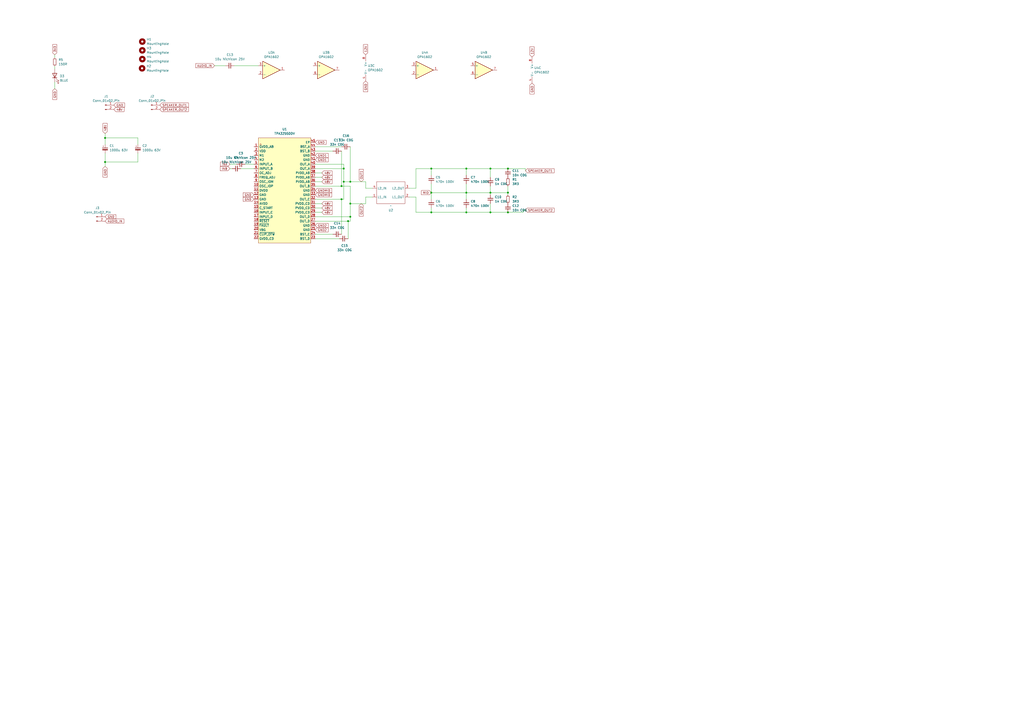
<source format=kicad_sch>
(kicad_sch (version 20231120) (generator "eeschema") (generator_version "8.0")
  (paper "A2")
  (lib_symbols
    (symbol "Amplifier_Operational:OPA1602" (pin_names (offset 0.127))
      (property "Reference" "U" (at 0 5.08 0))
      (property "Value" "OPA1602" (at 0 -5.08 0))
      (symbol "OPA1602_1_1"
        (polyline (pts (xy -5.08 5.08) (xy 5.08 0) (xy -5.08 -5.08) (xy -5.08 5.08)) (stroke (width 0.254)) (fill (type background)))
        (pin output line (at 7.62 0 180) (length 2.54) (name "~") (number "1"))
        (pin input line (at -7.62 -2.54 0) (length 2.54) (name "-") (number "2"))
        (pin input line (at -7.62 2.54 0) (length 2.54) (name "+") (number "3"))
      )
      (symbol "OPA1602_2_1"
        (polyline (pts (xy -5.08 5.08) (xy 5.08 0) (xy -5.08 -5.08) (xy -5.08 5.08)) (stroke (width 0.254)) (fill (type background)))
        (pin input line (at -7.62 2.54 0) (length 2.54) (name "+") (number "5"))
        (pin input line (at -7.62 -2.54 0) (length 2.54) (name "-") (number "6"))
        (pin output line (at 7.62 0 180) (length 2.54) (name "~") (number "7"))
      )
      (symbol "OPA1602_3_1"
        (pin power_in line (at -2.54 -7.62 90) (length 3.81) (name "V-") (number "4"))
        (pin power_in line (at -2.54 7.62 270) (length 3.81) (name "V+") (number "8"))
      )
    )
    (symbol "Connector:Conn_01x02_Pin" (pin_names (offset 1.016) hide)
      (property "Reference" "J" (at 0 2.54 0))
      (property "Value" "Conn_01x02_Pin" (at 0 -5.08 0))
      (symbol "Conn_01x02_Pin_1_1"
        (polyline (pts (xy 1.27 -2.54) (xy 0.8636 -2.54)) (stroke (width 0.1524)))
        (polyline (pts (xy 1.27 0) (xy 0.8636 0)) (stroke (width 0.1524)))
        (rectangle (start 0.8636 -2.413) (end 0 -2.667) (stroke (width 0.1524)) (fill (type outline)))
        (rectangle (start 0.8636 0.127) (end 0 -0.127) (stroke (width 0.1524)) (fill (type outline)))
        (pin passive line (at 5.08 0 180) (length 3.81) (name "Pin_1") (number "1"))
        (pin passive line (at 5.08 -2.54 180) (length 3.81) (name "Pin_2") (number "2"))
      )
    )
    (symbol "Custom:UA8014-AL"
      (property "Reference" "U" (at 0 0 0))
      (symbol "UA8014-AL_0_1"
        (rectangle (start -7.62 13.97) (end 8.89 1.27))
      )
      (symbol "UA8014-AL_1_1"
        (pin input line (at -10.16 10.16 0) (length 2.54) (name "L1_IN") (number "1"))
        (pin input line (at 11.43 10.16 180) (length 2.54) (name "L1_OUT") (number "2"))
        (pin input line (at 11.43 5.08 180) (length 2.54) (name "L2_OUT") (number "3"))
        (pin input line (at -10.16 5.08 0) (length 2.54) (name "L2_IN") (number "4"))
      )
    )
    (symbol "Device:C_Polarized_Small" (pin_numbers hide) (pin_names (offset 0.254) hide)
      (property "Reference" "C" (at 0.254 1.778 0))
      (property "Value" "C_Polarized_Small" (at 0.254 -2.032 0))
      (symbol "C_Polarized_Small_0_1"
        (rectangle (start -1.524 -0.3048) (end 1.524 -0.6858) (fill (type outline)))
        (rectangle (start -1.524 0.6858) (end 1.524 0.3048))
        (polyline (pts (xy -1.27 1.524) (xy -0.762 1.524)))
        (polyline (pts (xy -1.016 1.27) (xy -1.016 1.778)))
      )
      (symbol "C_Polarized_Small_1_1"
        (pin passive line (at 0 2.54 270) (length 1.8542) (name "~") (number "1"))
        (pin passive line (at 0 -2.54 90) (length 1.8542) (name "~") (number "2"))
      )
    )
    (symbol "Device:C_Small" (pin_numbers hide) (pin_names (offset 0.254) hide)
      (property "Reference" "C" (at 0.254 1.778 0))
      (property "Value" "C_Small" (at 0.254 -2.032 0))
      (symbol "C_Small_0_1"
        (polyline (pts (xy -1.524 -0.508) (xy 1.524 -0.508)) (stroke (width 0.3302)))
        (polyline (pts (xy -1.524 0.508) (xy 1.524 0.508)) (stroke (width 0.3048)))
      )
      (symbol "C_Small_1_1"
        (pin passive line (at 0 2.54 270) (length 2.032) (name "~") (number "1"))
        (pin passive line (at 0 -2.54 90) (length 2.032) (name "~") (number "2"))
      )
    )
    (symbol "Device:LED" (pin_numbers hide) (pin_names (offset 1.016) hide)
      (property "Reference" "D" (at 0 2.54 0))
      (property "Value" "LED" (at 0 -2.54 0))
      (symbol "LED_0_1"
        (polyline (pts (xy -1.27 -1.27) (xy -1.27 1.27)) (stroke (width 0.254)))
        (polyline (pts (xy -1.27 0) (xy 1.27 0)))
        (polyline (pts (xy 1.27 -1.27) (xy 1.27 1.27) (xy -1.27 0) (xy 1.27 -1.27)) (stroke (width 0.254)))
        (polyline (pts (xy -3.048 -0.762) (xy -4.572 -2.286) (xy -3.81 -2.286) (xy -4.572 -2.286) (xy -4.572 -1.524)))
        (polyline (pts (xy -1.778 -0.762) (xy -3.302 -2.286) (xy -2.54 -2.286) (xy -3.302 -2.286) (xy -3.302 -1.524)))
      )
      (symbol "LED_1_1"
        (pin passive line (at -3.81 0 0) (length 2.54) (name "K") (number "1"))
        (pin passive line (at 3.81 0 180) (length 2.54) (name "A") (number "2"))
      )
    )
    (symbol "Device:R_Small" (pin_numbers hide) (pin_names (offset 0.254) hide)
      (property "Reference" "R" (at 0.762 0.508 0))
      (property "Value" "R_Small" (at 0.762 -1.016 0))
      (symbol "R_Small_0_1"
        (rectangle (start -0.762 1.778) (end 0.762 -1.778) (stroke (width 0.2032)))
      )
      (symbol "R_Small_1_1"
        (pin passive line (at 0 2.54 270) (length 0.762) (name "~") (number "1"))
        (pin passive line (at 0 -2.54 90) (length 0.762) (name "~") (number "2"))
      )
    )
    (symbol "Mechanical:MountingHole" (pin_names (offset 1.016))
      (property "Reference" "H" (at 0 5.08 0))
      (property "Value" "MountingHole" (at 0 3.175 0))
      (symbol "MountingHole_0_1"
        (circle (center 0 0) (radius 1.27) (stroke (width 1.27)))
      )
    )
    (symbol "easyeda2kicad:TPA3255DDV"
      (property "Reference" "U" (at 0 33.02 0))
      (property "Value" "TPA3255DDV" (at 0 -33.02 0))
      (symbol "TPA3255DDV_0_1"
        (rectangle (start -15.24 30.48) (end 15.24 -30.48) (fill (type background)))
        (circle (center -13.97 26.67) (radius 0.38))
        (pin unspecified line (at -17.78 25.4 0) (length 2.54) (name "GVDD_AB") (number "1"))
        (pin unspecified line (at -17.78 2.54 0) (length 2.54) (name "OSC_IOP") (number "10"))
        (pin unspecified line (at -17.78 0 0) (length 2.54) (name "DVDD") (number "11"))
        (pin unspecified line (at -17.78 -2.54 0) (length 2.54) (name "GND") (number "12"))
        (pin unspecified line (at -17.78 -5.08 0) (length 2.54) (name "GND") (number "13"))
        (pin unspecified line (at -17.78 -7.62 0) (length 2.54) (name "AVDD") (number "14"))
        (pin unspecified line (at -17.78 -10.16 0) (length 2.54) (name "C_START") (number "15"))
        (pin unspecified line (at -17.78 -12.7 0) (length 2.54) (name "INPUT_C") (number "16"))
        (pin unspecified line (at -17.78 -15.24 0) (length 2.54) (name "INPUT_D") (number "17"))
        (pin unspecified line (at -17.78 -17.78 0) (length 2.54) (name "~{RESET}") (number "18"))
        (pin unspecified line (at -17.78 -20.32 0) (length 2.54) (name "~{FAULT}") (number "19"))
        (pin unspecified line (at -17.78 22.86 0) (length 2.54) (name "VDD") (number "2"))
        (pin unspecified line (at -17.78 -22.86 0) (length 2.54) (name "VBG") (number "20"))
        (pin unspecified line (at -17.78 -25.4 0) (length 2.54) (name "~{CLIP_OTW}") (number "21"))
        (pin unspecified line (at -17.78 -27.94 0) (length 2.54) (name "GVDD_CD") (number "22"))
        (pin unspecified line (at 17.78 -27.94 180) (length 2.54) (name "BST_D") (number "23"))
        (pin unspecified line (at 17.78 -25.4 180) (length 2.54) (name "BST_C") (number "24"))
        (pin unspecified line (at 17.78 -22.86 180) (length 2.54) (name "GND") (number "25"))
        (pin unspecified line (at 17.78 -20.32 180) (length 2.54) (name "GND") (number "26"))
        (pin unspecified line (at 17.78 -17.78 180) (length 2.54) (name "OUT_D") (number "27"))
        (pin unspecified line (at 17.78 -15.24 180) (length 2.54) (name "OUT_D") (number "28"))
        (pin unspecified line (at 17.78 -12.7 180) (length 2.54) (name "PVDD_CD") (number "29"))
        (pin unspecified line (at -17.78 20.32 0) (length 2.54) (name "M1") (number "3"))
        (pin unspecified line (at 17.78 -10.16 180) (length 2.54) (name "PVDD_CD") (number "30"))
        (pin unspecified line (at 17.78 -7.62 180) (length 2.54) (name "PVDD_CD") (number "31"))
        (pin unspecified line (at 17.78 -5.08 180) (length 2.54) (name "OUT_C") (number "32"))
        (pin unspecified line (at 17.78 -2.54 180) (length 2.54) (name "GND") (number "33"))
        (pin unspecified line (at 17.78 0 180) (length 2.54) (name "GND") (number "34"))
        (pin unspecified line (at 17.78 2.54 180) (length 2.54) (name "OUT_B") (number "35"))
        (pin unspecified line (at 17.78 5.08 180) (length 2.54) (name "PVDD_AB") (number "36"))
        (pin unspecified line (at 17.78 7.62 180) (length 2.54) (name "PVDD_AB") (number "37"))
        (pin unspecified line (at 17.78 10.16 180) (length 2.54) (name "PVDD_AB") (number "38"))
        (pin unspecified line (at 17.78 12.7 180) (length 2.54) (name "OUT_A") (number "39"))
        (pin unspecified line (at -17.78 17.78 0) (length 2.54) (name "M2") (number "4"))
        (pin unspecified line (at 17.78 15.24 180) (length 2.54) (name "OUT_A") (number "40"))
        (pin unspecified line (at 17.78 17.78 180) (length 2.54) (name "GND") (number "41"))
        (pin unspecified line (at 17.78 20.32 180) (length 2.54) (name "GND") (number "42"))
        (pin unspecified line (at 17.78 22.86 180) (length 2.54) (name "BST_B") (number "43"))
        (pin unspecified line (at 17.78 25.4 180) (length 2.54) (name "BST_A") (number "44"))
        (pin unspecified line (at 17.78 27.94 180) (length 2.54) (name "EP") (number "45"))
        (pin unspecified line (at -17.78 15.24 0) (length 2.54) (name "INPUT_A") (number "5"))
        (pin unspecified line (at -17.78 12.7 0) (length 2.54) (name "INPUT_B") (number "6"))
        (pin unspecified line (at -17.78 10.16 0) (length 2.54) (name "OC_ADJ") (number "7"))
        (pin unspecified line (at -17.78 7.62 0) (length 2.54) (name "FREQ_ADJ") (number "8"))
        (pin unspecified line (at -17.78 5.08 0) (length 2.54) (name "OSC_IOM") (number "9"))
      )
    )
  )
  (junction (at 201.93 128.27))
  (junction (at 270.51 111.76))
  (junction (at 203.2 105.41))
  (junction (at 199.39 97.79))
  (junction (at 250.19 123.19))
  (junction (at 294.64 123.19))
  (junction (at 270.51 123.19))
  (junction (at 60.96 80.01))
  (junction (at 294.64 111.76))
  (junction (at 198.12 107.95))
  (junction (at 294.64 97.79))
  (junction (at 250.19 111.76))
  (junction (at 60.96 93.98))
  (junction (at 203.2 118.11))
  (junction (at 284.48 123.19))
  (junction (at 284.48 97.79))
  (junction (at 203.2 125.73))
  (junction (at 198.12 115.57))
  (junction (at 199.39 105.41))
  (junction (at 270.51 97.79))
  (junction (at 250.19 97.79))
  (junction (at 284.48 111.76))
  (wire (pts (xy 241.3 97.79) (xy 250.19 97.79)))
  (wire (pts (xy 294.64 123.19) (xy 303.53 123.19)))
  (wire (pts (xy 60.96 80.01) (xy 60.96 77.47)))
  (wire (pts (xy 60.96 83.82) (xy 60.96 80.01)))
  (wire (pts (xy 80.01 80.01) (xy 80.01 83.82)))
  (wire (pts (xy 270.51 97.79) (xy 250.19 97.79)))
  (wire (pts (xy 212.09 109.22) (xy 212.09 105.41)))
  (wire (pts (xy 124.46 38.1) (xy 130.81 38.1)))
  (wire (pts (xy 198.12 87.63) (xy 198.12 107.95)))
  (wire (pts (xy 203.2 125.73) (xy 203.2 128.27)))
  (wire (pts (xy 139.7 97.79) (xy 147.32 97.79)))
  (wire (pts (xy 133.35 95.25) (xy 137.16 95.25)))
  (wire (pts (xy 284.48 118.11) (xy 284.48 123.19)))
  (wire (pts (xy 212.09 114.3) (xy 215.9 114.3)))
  (wire (pts (xy 182.88 95.25) (xy 199.39 95.25)))
  (wire (pts (xy 284.48 113.03) (xy 284.48 111.76)))
  (wire (pts (xy 250.19 123.19) (xy 241.3 123.19)))
  (wire (pts (xy 294.64 97.79) (xy 304.8 97.79)))
  (wire (pts (xy 203.2 107.95) (xy 203.2 118.11)))
  (wire (pts (xy 201.93 128.27) (xy 203.2 128.27)))
  (wire (pts (xy 186.69 100.33) (xy 182.88 100.33)))
  (wire (pts (xy 250.19 115.57) (xy 250.19 111.76)))
  (wire (pts (xy 182.88 128.27) (xy 201.93 128.27)))
  (wire (pts (xy 241.3 109.22) (xy 241.3 97.79)))
  (wire (pts (xy 241.3 114.3) (xy 237.49 114.3)))
  (wire (pts (xy 193.04 135.89) (xy 182.88 135.89)))
  (wire (pts (xy 304.8 121.92) (xy 303.53 121.92)))
  (wire (pts (xy 182.88 125.73) (xy 203.2 125.73)))
  (wire (pts (xy 31.75 40.005) (xy 31.75 38.481)))
  (wire (pts (xy 31.75 33.401) (xy 31.75 31.75)))
  (wire (pts (xy 270.51 123.19) (xy 250.19 123.19)))
  (wire (pts (xy 199.39 105.41) (xy 203.2 105.41)))
  (wire (pts (xy 303.53 121.92) (xy 303.53 123.19)))
  (wire (pts (xy 196.85 138.43) (xy 182.88 138.43)))
  (wire (pts (xy 284.48 111.76) (xy 284.48 107.95)))
  (wire (pts (xy 193.04 87.63) (xy 182.88 87.63)))
  (wire (pts (xy 270.51 123.19) (xy 284.48 123.19)))
  (wire (pts (xy 186.69 102.87) (xy 182.88 102.87)))
  (wire (pts (xy 60.96 93.98) (xy 60.96 88.9)))
  (wire (pts (xy 31.75 51.435) (xy 31.75 47.625)))
  (wire (pts (xy 186.69 123.19) (xy 182.88 123.19)))
  (wire (pts (xy 186.69 105.41) (xy 182.88 105.41)))
  (wire (pts (xy 284.48 111.76) (xy 294.64 111.76)))
  (wire (pts (xy 284.48 102.87) (xy 284.48 97.79)))
  (wire (pts (xy 142.24 95.25) (xy 147.32 95.25)))
  (wire (pts (xy 60.96 96.52) (xy 60.96 93.98)))
  (wire (pts (xy 294.64 107.95) (xy 294.64 111.76)))
  (wire (pts (xy 270.51 115.57) (xy 270.51 111.76)))
  (wire (pts (xy 135.89 38.1) (xy 149.86 38.1)))
  (wire (pts (xy 198.12 85.09) (xy 182.88 85.09)))
  (wire (pts (xy 237.49 109.22) (xy 241.3 109.22)))
  (wire (pts (xy 212.09 114.3) (xy 212.09 118.11)))
  (wire (pts (xy 304.8 99.06) (xy 304.8 97.79)))
  (wire (pts (xy 294.64 111.76) (xy 294.64 113.03)))
  (wire (pts (xy 199.39 115.57) (xy 198.12 115.57)))
  (wire (pts (xy 250.19 106.68) (xy 250.19 111.76)))
  (wire (pts (xy 250.19 120.65) (xy 250.19 123.19)))
  (wire (pts (xy 80.01 88.9) (xy 80.01 93.98)))
  (wire (pts (xy 284.48 123.19) (xy 294.64 123.19)))
  (wire (pts (xy 212.09 109.22) (xy 215.9 109.22)))
  (wire (pts (xy 270.51 111.76) (xy 284.48 111.76)))
  (wire (pts (xy 203.2 118.11) (xy 212.09 118.11)))
  (wire (pts (xy 198.12 107.95) (xy 203.2 107.95)))
  (wire (pts (xy 270.51 97.79) (xy 284.48 97.79)))
  (wire (pts (xy 186.69 120.65) (xy 182.88 120.65)))
  (wire (pts (xy 186.69 118.11) (xy 182.88 118.11)))
  (wire (pts (xy 80.01 93.98) (xy 60.96 93.98)))
  (wire (pts (xy 270.51 101.6) (xy 270.51 97.79)))
  (wire (pts (xy 203.2 118.11) (xy 203.2 125.73)))
  (wire (pts (xy 284.48 97.79) (xy 294.64 97.79)))
  (wire (pts (xy 201.93 128.27) (xy 201.93 138.43)))
  (wire (pts (xy 250.19 101.6) (xy 250.19 97.79)))
  (wire (pts (xy 270.51 111.76) (xy 270.51 106.68)))
  (wire (pts (xy 203.2 105.41) (xy 212.09 105.41)))
  (wire (pts (xy 198.12 115.57) (xy 182.88 115.57)))
  (wire (pts (xy 250.19 111.76) (xy 270.51 111.76)))
  (wire (pts (xy 182.88 97.79) (xy 199.39 97.79)))
  (wire (pts (xy 203.2 85.09) (xy 203.2 105.41)))
  (wire (pts (xy 199.39 97.79) (xy 199.39 105.41)))
  (wire (pts (xy 199.39 105.41) (xy 199.39 115.57)))
  (wire (pts (xy 199.39 95.25) (xy 199.39 97.79)))
  (wire (pts (xy 133.35 97.79) (xy 134.62 97.79)))
  (wire (pts (xy 60.96 80.01) (xy 80.01 80.01)))
  (wire (pts (xy 241.3 123.19) (xy 241.3 114.3)))
  (wire (pts (xy 182.88 107.95) (xy 198.12 107.95)))
  (wire (pts (xy 198.12 115.57) (xy 198.12 135.89)))
  (wire (pts (xy 270.51 120.65) (xy 270.51 123.19)))
  (global_label "GND" (shape input) (at 31.75 51.435 270) (property "Intersheetrefs" "${INTERSHEET_REFS}" (effects (hide yes))))
  (global_label "GND" (shape input) (at 60.96 125.73 0) (property "Intersheetrefs" "${INTERSHEET_REFS}" (effects (hide yes))))
  (global_label "48V" (shape input) (at 186.69 118.11 0) (property "Intersheetrefs" "${INTERSHEET_REFS}" (effects (hide yes))))
  (global_label "48V" (shape input) (at 186.69 102.87 0) (property "Intersheetrefs" "${INTERSHEET_REFS}" (effects (hide yes))))
  (global_label "GND1" (shape input) (at 182.88 92.71 0) (property "Intersheetrefs" "${INTERSHEET_REFS}" (effects (hide yes))))
  (global_label "INB" (shape input) (at 133.35 97.79 180) (property "Intersheetrefs" "${INTERSHEET_REFS}" (effects (hide yes))))
  (global_label "48V" (shape input) (at 186.69 123.19 0) (property "Intersheetrefs" "${INTERSHEET_REFS}" (effects (hide yes))))
  (global_label "48V" (shape input) (at 60.96 77.47 90) (property "Intersheetrefs" "${INTERSHEET_REFS}" (effects (hide yes))))
  (global_label "12V" (shape input) (at 212.09 31.75 90) (property "Intersheetrefs" "${INTERSHEET_REFS}" (effects (hide yes))))
  (global_label "GNDMID" (shape input) (at 182.88 110.49 0) (property "Intersheetrefs" "${INTERSHEET_REFS}" (effects (hide yes))))
  (global_label "48V" (shape input) (at 186.69 100.33 0) (property "Intersheetrefs" "${INTERSHEET_REFS}" (effects (hide yes))))
  (global_label "GND" (shape input) (at 147.32 113.03 180) (property "Intersheetrefs" "${INTERSHEET_REFS}" (effects (hide yes))))
  (global_label "GND1" (shape input) (at 182.88 90.17 0) (property "Intersheetrefs" "${INTERSHEET_REFS}" (effects (hide yes))))
  (global_label "MID" (shape input) (at 250.19 111.76 180) (property "Intersheetrefs" "${INTERSHEET_REFS}" (effects (hide yes))))
  (global_label "SPEAKER_OUT1" (shape input) (at 92.71 60.96 0) (property "Intersheetrefs" "${INTERSHEET_REFS}" (effects (hide yes))))
  (global_label "GND2" (shape input) (at 182.88 133.35 0) (property "Intersheetrefs" "${INTERSHEET_REFS}" (effects (hide yes))))
  (global_label "12V" (shape input) (at 308.61 33.02 90) (property "Intersheetrefs" "${INTERSHEET_REFS}" (effects (hide yes))))
  (global_label "AUDIO_IN" (shape input) (at 60.96 128.27 0) (property "Intersheetrefs" "${INTERSHEET_REFS}" (effects (hide yes))))
  (global_label "GND" (shape input) (at 147.32 115.57 180) (property "Intersheetrefs" "${INTERSHEET_REFS}" (effects (hide yes))))
  (global_label "3V3" (shape input) (at 31.75 31.75 90) (property "Intersheetrefs" "${INTERSHEET_REFS}" (effects (hide yes))))
  (global_label "48V" (shape input) (at 186.69 105.41 0) (property "Intersheetrefs" "${INTERSHEET_REFS}" (effects (hide yes))))
  (global_label "GND" (shape input) (at 66.04 60.96 0) (property "Intersheetrefs" "${INTERSHEET_REFS}" (effects (hide yes))))
  (global_label "GND" (shape input) (at 182.88 82.55 0) (property "Intersheetrefs" "${INTERSHEET_REFS}" (effects (hide yes))))
  (global_label "SPEAKER_OUT2" (shape input) (at 304.8 121.92 0) (property "Intersheetrefs" "${INTERSHEET_REFS}" (effects (hide yes))))
  (global_label "GND2" (shape input) (at 182.88 130.81 0) (property "Intersheetrefs" "${INTERSHEET_REFS}" (effects (hide yes))))
  (global_label "GNDMID" (shape input) (at 182.88 113.03 0) (property "Intersheetrefs" "${INTERSHEET_REFS}" (effects (hide yes))))
  (global_label "48V" (shape input) (at 66.04 63.5 0) (property "Intersheetrefs" "${INTERSHEET_REFS}" (effects (hide yes))))
  (global_label "48V" (shape input) (at 186.69 120.65 0) (property "Intersheetrefs" "${INTERSHEET_REFS}" (effects (hide yes))))
  (global_label "GND" (shape input) (at 212.09 46.99 270) (property "Intersheetrefs" "${INTERSHEET_REFS}" (effects (hide yes))))
  (global_label "OUT2" (shape input) (at 209.55 118.11 270) (property "Intersheetrefs" "${INTERSHEET_REFS}" (effects (hide yes))))
  (global_label "GND" (shape input) (at 60.96 96.52 270) (property "Intersheetrefs" "${INTERSHEET_REFS}" (effects (hide yes))))
  (global_label "OUT1" (shape input) (at 209.55 105.41 90) (property "Intersheetrefs" "${INTERSHEET_REFS}" (effects (hide yes))))
  (global_label "GND" (shape input) (at 308.61 48.26 270) (property "Intersheetrefs" "${INTERSHEET_REFS}" (effects (hide yes))))
  (global_label "SPEAKER_OUT2" (shape input) (at 92.71 63.5 0) (property "Intersheetrefs" "${INTERSHEET_REFS}" (effects (hide yes))))
  (global_label "INA" (shape input) (at 133.35 95.25 180) (property "Intersheetrefs" "${INTERSHEET_REFS}" (effects (hide yes))))
  (global_label "SPEAKER_OUT1" (shape input) (at 304.8 99.06 0) (property "Intersheetrefs" "${INTERSHEET_REFS}" (effects (hide yes))))
  (global_label "AUDIO_IN" (shape input) (at 124.46 38.1 180) (property "Intersheetrefs" "${INTERSHEET_REFS}" (effects (hide yes))))
  (symbol (lib_id "Amplifier_Operational:OPA1602") (at 189.23 40.64 0) (unit 2)
    (property "Reference" "U3" (at 189.23 30.48 0))
    (property "Value" "OPA1602" (at 189.23 33.02 0))
    (property "Footprint" "Package_SO:SOIC-8_3.9x4.9mm_P1.27mm" (effects (hide yes)))
    (property "Datasheet" "http://www.ti.com/lit/ds/symlink/opa1604.pdf" (effects (hide yes)))
    (property "Description" "Dual SoundPlus High Performance, Bipolar-Input Audio Operational Amplifiers, SOIC-8/MSOP-8" (effects (hide yes)))
  )
  (symbol (lib_id "Device:R_Small") (at 31.75 35.941 0) (unit 1)
    (property "Reference" "R5" (at 33.909 34.6709 0) (effects (justify left)))
    (property "Value" "150R" (at 33.909 37.2109 0) (effects (justify left)))
    (property "Footprint" "Resistor_SMD:R_0603_1608Metric_Pad0.98x0.95mm_HandSolder" (effects (hide yes)))
  )
  (symbol (lib_id "Mechanical:MountingHole") (at 82.55 34.29 0) (unit 1)
    (property "Reference" "H4" (at 85.09 33.0199 0) (effects (justify left)))
    (property "Value" "MountingHole" (at 85.09 35.5599 0) (effects (justify left)))
    (property "Footprint" "MountingHole:MountingHole_3.2mm_M3_DIN965_Pad_TopOnly" (effects (hide yes)))
  )
  (symbol (lib_id "Device:LED") (at 31.75 43.815 90) (unit 1)
    (property "Reference" "D3" (at 34.671 44.1324 90) (effects (justify right)))
    (property "Value" "BLUE" (at 34.671 46.6724 90) (effects (justify right)))
    (property "Footprint" "LED_SMD:LED_0603_1608Metric_Pad1.05x0.95mm_HandSolder" (effects (hide yes)))
    (property "LCSC" "XL-1608UBC-04" (effects (hide yes)))
  )
  (symbol (lib_id "Connector:Conn_01x02_Pin") (at 60.96 60.96 0) (unit 1)
    (property "Reference" "J1" (at 61.595 55.88 0))
    (property "Value" "Conn_01x02_Pin" (at 61.595 58.42 0))
    (property "Footprint" "Connector_JST:JST_VH_B2P-VH-B_1x02_P3.96mm_Vertical" (effects (hide yes)))
    (property "Description" "Generic connector, single row, 01x02, script generated" (effects (hide yes)))
  )
  (symbol (lib_id "Device:C_Small") (at 137.16 97.79 90) (unit 1)
    (property "Reference" "C4" (at 137.1663 91.44 90))
    (property "Value" "10u Nichicon 25V" (at 137.1663 93.98 90))
    (property "Footprint" "Capacitor_THT:CP_Radial_D5.0mm_P2.50mm" (effects (hide yes)))
    (property "Description" "Unpolarized capacitor, small symbol" (effects (hide yes)))
  )
  (symbol (lib_id "Device:C_Small") (at 195.58 87.63 270) (unit 1)
    (property "Reference" "C17" (at 195.5736 81.28 90))
    (property "Value" "33n C0G" (at 195.5736 83.82 90))
    (property "Footprint" "Capacitor_SMD:C_0805_2012Metric" (effects (hide yes)))
    (property "Description" "Unpolarized capacitor, small symbol" (effects (hide yes)))
  )
  (symbol (lib_id "Device:C_Small") (at 250.19 104.14 180) (unit 1)
    (property "Reference" "C5" (at 252.73 102.8635 0) (effects (justify right)))
    (property "Value" "470n 100V" (at 252.73 105.4035 0) (effects (justify right)))
    (property "Footprint" "Capacitor_THT:C_Rect_L18.0mm_W9.0mm_P15.00mm_FKS3_FKP3" (effects (hide yes)))
    (property "Description" "Unpolarized capacitor, small symbol" (effects (hide yes)))
  )
  (symbol (lib_id "Device:C_Small") (at 294.64 120.65 180) (unit 1)
    (property "Reference" "C12" (at 297.18 119.3735 0) (effects (justify right)))
    (property "Value" "10n C0G" (at 297.18 121.9135 0) (effects (justify right)))
    (property "Footprint" "Capacitor_SMD:C_1206_3216Metric" (effects (hide yes)))
    (property "Description" "Unpolarized capacitor, small symbol" (effects (hide yes)))
  )
  (symbol (lib_id "Device:C_Small") (at 200.66 85.09 270) (unit 1)
    (property "Reference" "C16" (at 200.6536 78.74 90))
    (property "Value" "33n C0G" (at 200.6536 81.28 90))
    (property "Footprint" "Capacitor_SMD:C_0805_2012Metric" (effects (hide yes)))
    (property "Description" "Unpolarized capacitor, small symbol" (effects (hide yes)))
  )
  (symbol (lib_id "Amplifier_Operational:OPA1602") (at 157.48 40.64 0) (unit 1)
    (property "Reference" "U3" (at 157.48 30.48 0))
    (property "Value" "OPA1602" (at 157.48 33.02 0))
    (property "Footprint" "Package_SO:SOIC-8_3.9x4.9mm_P1.27mm" (effects (hide yes)))
    (property "Datasheet" "http://www.ti.com/lit/ds/symlink/opa1604.pdf" (effects (hide yes)))
    (property "Description" "Dual SoundPlus High Performance, Bipolar-Input Audio Operational Amplifiers, SOIC-8/MSOP-8" (effects (hide yes)))
  )
  (symbol (lib_id "Device:C_Small") (at 195.58 135.89 270) (unit 1)
    (property "Reference" "C14" (at 195.5736 129.54 90))
    (property "Value" "33n C0G" (at 195.5736 132.08 90))
    (property "Footprint" "Capacitor_SMD:C_0805_2012Metric" (effects (hide yes)))
    (property "Description" "Unpolarized capacitor, small symbol" (effects (hide yes)))
  )
  (symbol (lib_id "Amplifier_Operational:OPA1602") (at 214.63 39.37 0) (unit 3)
    (property "Reference" "U3" (at 213.36 38.0999 0) (effects (justify left)))
    (property "Value" "OPA1602" (at 213.36 40.6399 0) (effects (justify left)))
    (property "Footprint" "Package_SO:SOIC-8_3.9x4.9mm_P1.27mm" (effects (hide yes)))
    (property "Datasheet" "http://www.ti.com/lit/ds/symlink/opa1604.pdf" (effects (hide yes)))
    (property "Description" "Dual SoundPlus High Performance, Bipolar-Input Audio Operational Amplifiers, SOIC-8/MSOP-8" (effects (hide yes)))
  )
  (symbol (lib_id "Device:R_Small") (at 294.64 105.41 180) (unit 1)
    (property "Reference" "R1" (at 297.18 104.1399 0) (effects (justify right)))
    (property "Value" "3R3" (at 297.18 106.6799 0) (effects (justify right)))
    (property "Footprint" "Resistor_SMD:R_2010_5025Metric_Pad1.40x2.65mm_HandSolder" (effects (hide yes)))
    (property "Description" "Resistor, small symbol" (effects (hide yes)))
  )
  (symbol (lib_id "Mechanical:MountingHole") (at 82.55 29.21 0) (unit 1)
    (property "Reference" "H3" (at 85.09 27.9399 0) (effects (justify left)))
    (property "Value" "MountingHole" (at 85.09 30.4799 0) (effects (justify left)))
    (property "Footprint" "MountingHole:MountingHole_3.2mm_M3_DIN965_Pad_TopOnly" (effects (hide yes)))
  )
  (symbol (lib_id "Device:C_Polarized_Small") (at 60.96 86.36 0) (unit 1)
    (property "Reference" "C1" (at 63.5 84.5438 0) (effects (justify left)))
    (property "Value" "1000u 63V" (at 63.5 87.0838 0) (effects (justify left)))
    (property "Footprint" "Capacitor_THT:CP_Radial_D16.0mm_P7.50mm" (effects (hide yes)))
    (property "Description" "Polarized capacitor, small symbol" (effects (hide yes)))
  )
  (symbol (lib_id "Device:C_Small") (at 199.39 138.43 270) (unit 1)
    (property "Reference" "C15" (at 199.898 142.494 90))
    (property "Value" "33n C0G" (at 199.898 145.034 90))
    (property "Footprint" "Capacitor_SMD:C_0805_2012Metric" (effects (hide yes)))
    (property "Description" "Unpolarized capacitor, small symbol" (effects (hide yes)))
  )
  (symbol (lib_id "Device:C_Small") (at 284.48 105.41 180) (unit 1)
    (property "Reference" "C9" (at 287.02 104.1335 0) (effects (justify right)))
    (property "Value" "1n C0G" (at 287.02 106.6735 0) (effects (justify right)))
    (property "Footprint" "Capacitor_SMD:C_1206_3216Metric" (effects (hide yes)))
    (property "Description" "Unpolarized capacitor, small symbol" (effects (hide yes)))
  )
  (symbol (lib_id "Mechanical:MountingHole") (at 82.55 24.13 0) (unit 1)
    (property "Reference" "H1" (at 85.09 22.8599 0) (effects (justify left)))
    (property "Value" "MountingHole" (at 85.09 25.3999 0) (effects (justify left)))
    (property "Footprint" "MountingHole:MountingHole_3.2mm_M3_DIN965_Pad_TopOnly" (effects (hide yes)))
  )
  (symbol (lib_id "Device:R_Small") (at 294.64 115.57 180) (unit 1)
    (property "Reference" "R2" (at 297.18 114.2999 0) (effects (justify right)))
    (property "Value" "3R3" (at 297.18 116.8399 0) (effects (justify right)))
    (property "Footprint" "Resistor_SMD:R_2010_5025Metric_Pad1.40x2.65mm_HandSolder" (effects (hide yes)))
    (property "Description" "Resistor, small symbol" (effects (hide yes)))
  )
  (symbol (lib_id "Device:C_Small") (at 139.7 95.25 90) (unit 1)
    (property "Reference" "C3" (at 139.7063 88.9 90))
    (property "Value" "10u Nichicon 25V" (at 139.7063 91.44 90))
    (property "Footprint" "Capacitor_THT:CP_Radial_D5.0mm_P2.50mm" (effects (hide yes)))
    (property "Description" "Unpolarized capacitor, small symbol" (effects (hide yes)))
  )
  (symbol (lib_id "Custom:UA8014-AL") (at 226.06 104.14 0) (mirror x) (unit 1)
    (property "Reference" "U2" (at 226.695 121.92 0))
    (property "Value" "~" (at 226.695 119.38 0))
    (property "Footprint" "Custom:UA8014-AL" (effects (hide yes)))
  )
  (symbol (lib_id "Amplifier_Operational:OPA1602") (at 280.67 40.64 0) (unit 2)
    (property "Reference" "U4" (at 280.67 30.48 0))
    (property "Value" "OPA1602" (at 280.67 33.02 0))
    (property "Footprint" "Package_SO:SOIC-8_3.9x4.9mm_P1.27mm" (effects (hide yes)))
    (property "Datasheet" "http://www.ti.com/lit/ds/symlink/opa1604.pdf" (effects (hide yes)))
    (property "Description" "Dual SoundPlus High Performance, Bipolar-Input Audio Operational Amplifiers, SOIC-8/MSOP-8" (effects (hide yes)))
  )
  (symbol (lib_id "Device:C_Small") (at 133.35 38.1 270) (unit 1)
    (property "Reference" "C13" (at 133.3436 31.75 90))
    (property "Value" "10u Nichicon 25V" (at 133.3436 34.29 90))
    (property "Footprint" "Capacitor_THT:CP_Radial_D5.0mm_P2.50mm" (effects (hide yes)))
    (property "Description" "Unpolarized capacitor, small symbol" (effects (hide yes)))
  )
  (symbol (lib_id "Device:C_Small") (at 294.64 100.33 180) (unit 1)
    (property "Reference" "C11" (at 297.18 99.0535 0) (effects (justify right)))
    (property "Value" "10n C0G" (at 297.18 101.5935 0) (effects (justify right)))
    (property "Footprint" "Capacitor_SMD:C_1206_3216Metric" (effects (hide yes)))
    (property "Description" "Unpolarized capacitor, small symbol" (effects (hide yes)))
  )
  (symbol (lib_id "Device:C_Polarized_Small") (at 80.01 86.36 0) (unit 1)
    (property "Reference" "C2" (at 82.55 84.5438 0) (effects (justify left)))
    (property "Value" "1000u 63V" (at 82.55 87.0838 0) (effects (justify left)))
    (property "Footprint" "Capacitor_THT:CP_Radial_D16.0mm_P7.50mm" (effects (hide yes)))
    (property "Description" "Polarized capacitor, small symbol" (effects (hide yes)))
  )
  (symbol (lib_id "Amplifier_Operational:OPA1602") (at 311.15 40.64 0) (unit 3)
    (property "Reference" "U4" (at 309.88 39.3699 0) (effects (justify left)))
    (property "Value" "OPA1602" (at 309.88 41.9099 0) (effects (justify left)))
    (property "Footprint" "Package_SO:SOIC-8_3.9x4.9mm_P1.27mm" (effects (hide yes)))
    (property "Datasheet" "http://www.ti.com/lit/ds/symlink/opa1604.pdf" (effects (hide yes)))
    (property "Description" "Dual SoundPlus High Performance, Bipolar-Input Audio Operational Amplifiers, SOIC-8/MSOP-8" (effects (hide yes)))
  )
  (symbol (lib_id "Amplifier_Operational:OPA1602") (at 246.38 40.64 0) (unit 1)
    (property "Reference" "U4" (at 246.38 30.48 0))
    (property "Value" "OPA1602" (at 246.38 33.02 0))
    (property "Footprint" "Package_SO:SOIC-8_3.9x4.9mm_P1.27mm" (effects (hide yes)))
    (property "Datasheet" "http://www.ti.com/lit/ds/symlink/opa1604.pdf" (effects (hide yes)))
    (property "Description" "Dual SoundPlus High Performance, Bipolar-Input Audio Operational Amplifiers, SOIC-8/MSOP-8" (effects (hide yes)))
  )
  (symbol (lib_id "Mechanical:MountingHole") (at 82.423 39.624 0) (unit 1)
    (property "Reference" "H2" (at 84.963 38.3539 0) (effects (justify left)))
    (property "Value" "MountingHole" (at 84.963 40.8939 0) (effects (justify left)))
    (property "Footprint" "MountingHole:MountingHole_3.2mm_M3_DIN965_Pad_TopOnly" (effects (hide yes)))
  )
  (symbol (lib_id "Device:C_Small") (at 284.48 115.57 180) (unit 1)
    (property "Reference" "C10" (at 287.02 114.2935 0) (effects (justify right)))
    (property "Value" "1n C0G" (at 287.02 116.8335 0) (effects (justify right)))
    (property "Footprint" "Capacitor_SMD:C_1206_3216Metric" (effects (hide yes)))
    (property "Description" "Unpolarized capacitor, small symbol" (effects (hide yes)))
  )
  (symbol (lib_id "Device:C_Small") (at 250.19 118.11 180) (unit 1)
    (property "Reference" "C6" (at 252.73 116.8335 0) (effects (justify right)))
    (property "Value" "470n 100V" (at 252.73 119.3735 0) (effects (justify right)))
    (property "Footprint" "Capacitor_THT:C_Rect_L18.0mm_W9.0mm_P15.00mm_FKS3_FKP3" (effects (hide yes)))
    (property "Description" "Unpolarized capacitor, small symbol" (effects (hide yes)))
  )
  (symbol (lib_id "easyeda2kicad:TPA3255DDV") (at 165.1 110.49 0) (unit 1)
    (property "Reference" "U1" (at 165.1 74.93 0))
    (property "Value" "TPA3255DDV" (at 165.1 77.47 0))
    (property "Footprint" "easyeda2kicad:HTSSOP-44_L14.0-W6.1-P0.64-LS8.1-BL-EP" (effects (hide yes)))
    (property "LCSC Part" "C2879299" (effects (hide yes)))
  )
  (symbol (lib_id "Connector:Conn_01x02_Pin") (at 87.63 60.96 0) (unit 1)
    (property "Reference" "J2" (at 88.265 55.88 0))
    (property "Value" "Conn_01x02_Pin" (at 88.265 58.42 0))
    (property "Footprint" "Connector_JST:JST_VH_B2P-VH-B_1x02_P3.96mm_Vertical" (effects (hide yes)))
    (property "Description" "Generic connector, single row, 01x02, script generated" (effects (hide yes)))
  )
  (symbol (lib_id "Device:C_Small") (at 270.51 104.14 180) (unit 1)
    (property "Reference" "C7" (at 273.05 102.8635 0) (effects (justify right)))
    (property "Value" "470n 100V" (at 273.05 105.4035 0) (effects (justify right)))
    (property "Footprint" "Capacitor_THT:C_Rect_L18.0mm_W9.0mm_P15.00mm_FKS3_FKP3" (effects (hide yes)))
    (property "Description" "Unpolarized capacitor, small symbol" (effects (hide yes)))
  )
  (symbol (lib_id "Connector:Conn_01x02_Pin") (at 55.88 125.73 0) (unit 1)
    (property "Reference" "J3" (at 56.515 120.65 0))
    (property "Value" "Conn_01x02_Pin" (at 56.515 123.19 0))
    (property "Footprint" "Connector_JST:JST_PH_B2B-PH-K_1x02_P2.00mm_Vertical" (effects (hide yes)))
    (property "Description" "Generic connector, single row, 01x02, script generated" (effects (hide yes)))
  )
  (symbol (lib_id "Device:C_Small") (at 270.51 118.11 180) (unit 1)
    (property "Reference" "C8" (at 273.05 116.8335 0) (effects (justify right)))
    (property "Value" "470n 100V" (at 273.05 119.3735 0) (effects (justify right)))
    (property "Footprint" "Capacitor_THT:C_Rect_L18.0mm_W9.0mm_P15.00mm_FKS3_FKP3" (effects (hide yes)))
    (property "Description" "Unpolarized capacitor, small symbol" (effects (hide yes)))
  )
)
</source>
